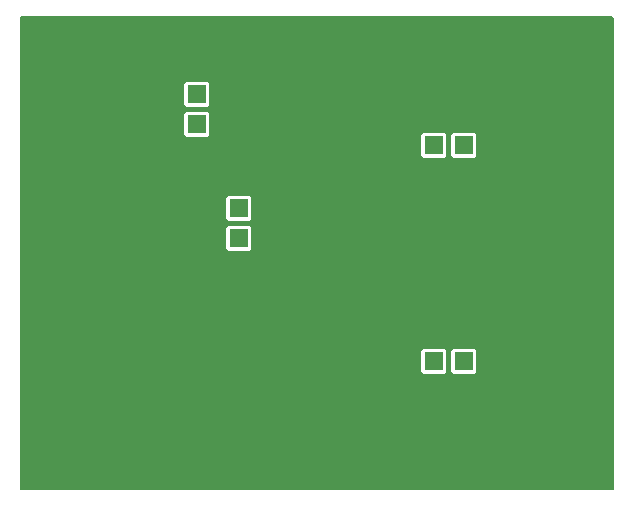
<source format=gbr>
%TF.GenerationSoftware,KiCad,Pcbnew,7.0.7-7.0.7~ubuntu23.04.1*%
%TF.CreationDate,2023-09-10T08:43:21+00:00*%
%TF.ProjectId,PCRD07,50435244-3037-42e6-9b69-6361645f7063,REV*%
%TF.SameCoordinates,Original*%
%TF.FileFunction,Copper,L1,Top*%
%TF.FilePolarity,Positive*%
%FSLAX46Y46*%
G04 Gerber Fmt 4.6, Leading zero omitted, Abs format (unit mm)*
G04 Created by KiCad (PCBNEW 7.0.7-7.0.7~ubuntu23.04.1) date 2023-09-10 08:43:21*
%MOMM*%
%LPD*%
G01*
G04 APERTURE LIST*
%TA.AperFunction,ComponentPad*%
%ADD10C,6.000000*%
%TD*%
%TA.AperFunction,ComponentPad*%
%ADD11R,1.524000X1.524000*%
%TD*%
%TA.AperFunction,ViaPad*%
%ADD12C,0.800000*%
%TD*%
G04 APERTURE END LIST*
D10*
%TO.P,M1,1*%
%TO.N,GND*%
X5080000Y35560000D03*
%TD*%
%TO.P,M2,1*%
%TO.N,GND*%
X45720000Y5080000D03*
%TD*%
%TO.P,M3,1*%
%TO.N,GND*%
X45720000Y35560000D03*
%TD*%
%TO.P,M4,1*%
%TO.N,GND*%
X5080000Y5080000D03*
%TD*%
D11*
%TO.P,J8,1*%
%TO.N,GND*%
X12700000Y31242000D03*
%TO.P,J8,2*%
X12700000Y33782000D03*
%TO.P,J8,3*%
%TO.N,/IN*%
X15240000Y31242000D03*
%TO.P,J8,4*%
X15240000Y33782000D03*
%TO.P,J8,5*%
%TO.N,GND*%
X17780000Y31242000D03*
%TO.P,J8,6*%
X17780000Y33782000D03*
%TD*%
%TO.P,J1,1*%
%TO.N,GND*%
X37846000Y8636000D03*
%TO.P,J1,2*%
X35306000Y8636000D03*
%TO.P,J1,3*%
%TO.N,Net-(C21-Pad3)*%
X37846000Y11176000D03*
%TO.P,J1,4*%
X35306000Y11176000D03*
%TO.P,J1,5*%
%TO.N,GND*%
X37846000Y13716000D03*
%TO.P,J1,6*%
X35306000Y13716000D03*
%TD*%
%TO.P,J2,1*%
%TO.N,GND*%
X35306000Y32004000D03*
%TO.P,J2,2*%
X37846000Y32004000D03*
%TD*%
%TO.P,J3,1*%
%TO.N,/#PeakDetect/Trace*%
X18796000Y21590000D03*
%TO.P,J3,2*%
X18796000Y24130000D03*
%TD*%
%TO.P,J5,1*%
%TO.N,GND*%
X35306000Y26924000D03*
%TO.P,J5,2*%
X37846000Y26924000D03*
%TD*%
%TO.P,J6,1*%
%TO.N,/A/D*%
X35306000Y29464000D03*
%TO.P,J6,2*%
X37846000Y29464000D03*
%TD*%
%TO.P,J7,1*%
%TO.N,GND*%
X21336000Y21590000D03*
%TO.P,J7,2*%
X21336000Y24130000D03*
%TD*%
D12*
%TO.N,GND*%
X20828000Y19304000D03*
X21844000Y19304000D03*
X22860000Y19304000D03*
X16256000Y25908000D03*
X27940000Y25908000D03*
X30988000Y34036000D03*
X31496000Y24892000D03*
X36576000Y16764000D03*
X30988000Y33020000D03*
X12192000Y14224000D03*
X35560000Y16764000D03*
X13208000Y20828000D03*
X19812000Y19304000D03*
X26416000Y16764000D03*
X28448000Y8636000D03*
X23368000Y28448000D03*
X21336000Y14732000D03*
X15240000Y10668000D03*
X13208000Y23368000D03*
X28448000Y15240000D03*
X19304000Y14732000D03*
X11176000Y26924000D03*
X13208000Y28956000D03*
X28448000Y10160000D03*
X31496000Y21844000D03*
X22352000Y34036000D03*
X11176000Y15748000D03*
X27432000Y15240000D03*
X20828000Y16256000D03*
X13208000Y24384000D03*
X23876000Y16256000D03*
X28448000Y7112000D03*
X27940000Y16764000D03*
X13716000Y15240000D03*
X12192000Y15240000D03*
X13716000Y10668000D03*
X27432000Y28956000D03*
X13716000Y13208000D03*
X28448000Y24892000D03*
X13208000Y21844000D03*
X31496000Y20828000D03*
X38100000Y16764000D03*
X26416000Y24384000D03*
X24892000Y16256000D03*
X26416000Y21844000D03*
X32004000Y17272000D03*
X31496000Y19812000D03*
X31496000Y18796000D03*
X22860000Y14732000D03*
X20828000Y30988000D03*
X19304000Y16256000D03*
X28448000Y21844000D03*
X15748000Y27940000D03*
X23368000Y27432000D03*
X13716000Y12192000D03*
X17272000Y27940000D03*
X20828000Y34036000D03*
X28448000Y20320000D03*
X28448000Y23368000D03*
X34544000Y16764000D03*
X22352000Y16256000D03*
X12192000Y27940000D03*
X13716000Y25908000D03*
X26416000Y22860000D03*
X20828000Y32512000D03*
X18796000Y19304000D03*
X14732000Y26924000D03*
X23368000Y29972000D03*
X22860000Y30988000D03*
X31496000Y22860000D03*
X31496000Y23876000D03*
X13716000Y14224000D03*
%TD*%
%TA.AperFunction,Conductor*%
%TO.N,GND*%
G36*
X50477621Y40355498D02*
G01*
X50524114Y40301842D01*
X50535500Y40249500D01*
X50535500Y390500D01*
X50515498Y322379D01*
X50461842Y275886D01*
X50409500Y264500D01*
X390500Y264500D01*
X322379Y284502D01*
X275886Y338158D01*
X264500Y390500D01*
X264500Y10367929D01*
X34235500Y10367929D01*
X34238491Y10342148D01*
X34238492Y10342143D01*
X34285079Y10236634D01*
X34285080Y10236632D01*
X34366632Y10155080D01*
X34366634Y10155079D01*
X34472143Y10108492D01*
X34472148Y10108491D01*
X34497929Y10105500D01*
X34497936Y10105500D01*
X36114070Y10105500D01*
X36139851Y10108491D01*
X36139856Y10108492D01*
X36245365Y10155079D01*
X36245367Y10155080D01*
X36326919Y10236632D01*
X36326920Y10236634D01*
X36326921Y10236635D01*
X36373508Y10342145D01*
X36376499Y10367929D01*
X36775500Y10367929D01*
X36778491Y10342148D01*
X36778492Y10342143D01*
X36825079Y10236634D01*
X36825080Y10236632D01*
X36906632Y10155080D01*
X36906634Y10155079D01*
X37012143Y10108492D01*
X37012148Y10108491D01*
X37037929Y10105500D01*
X37037936Y10105500D01*
X38654070Y10105500D01*
X38679851Y10108491D01*
X38679856Y10108492D01*
X38785365Y10155079D01*
X38785367Y10155080D01*
X38866919Y10236632D01*
X38866920Y10236634D01*
X38866921Y10236635D01*
X38913508Y10342145D01*
X38916500Y10367936D01*
X38916500Y11984064D01*
X38913508Y12009855D01*
X38866921Y12115365D01*
X38785365Y12196921D01*
X38679855Y12243508D01*
X38654066Y12246499D01*
X38654065Y12246500D01*
X38654064Y12246500D01*
X37037936Y12246500D01*
X37037935Y12246500D01*
X37037932Y12246499D01*
X37012145Y12243508D01*
X36906635Y12196921D01*
X36906634Y12196920D01*
X36906632Y12196919D01*
X36825080Y12115367D01*
X36825079Y12115365D01*
X36778492Y12009856D01*
X36778491Y12009851D01*
X36775500Y11984070D01*
X36775500Y10367929D01*
X36376499Y10367929D01*
X36376500Y10367936D01*
X36376500Y11984064D01*
X36373508Y12009855D01*
X36326921Y12115365D01*
X36245365Y12196921D01*
X36139855Y12243508D01*
X36114066Y12246499D01*
X36114065Y12246500D01*
X36114064Y12246500D01*
X34497936Y12246500D01*
X34497935Y12246500D01*
X34497932Y12246499D01*
X34472145Y12243508D01*
X34366635Y12196921D01*
X34366634Y12196920D01*
X34366632Y12196919D01*
X34285080Y12115367D01*
X34285079Y12115365D01*
X34238492Y12009856D01*
X34238491Y12009851D01*
X34235500Y11984070D01*
X34235500Y10367929D01*
X264500Y10367929D01*
X264500Y20781929D01*
X17725500Y20781929D01*
X17728491Y20756148D01*
X17728492Y20756143D01*
X17775079Y20650634D01*
X17775080Y20650632D01*
X17856632Y20569080D01*
X17856634Y20569079D01*
X17962143Y20522492D01*
X17962148Y20522491D01*
X17987929Y20519500D01*
X17987936Y20519500D01*
X19604070Y20519500D01*
X19629851Y20522491D01*
X19629856Y20522492D01*
X19735365Y20569079D01*
X19735367Y20569080D01*
X19816919Y20650632D01*
X19816920Y20650634D01*
X19816921Y20650635D01*
X19863508Y20756145D01*
X19866500Y20781936D01*
X19866500Y22398064D01*
X19863508Y22423855D01*
X19816921Y22529365D01*
X19735365Y22610921D01*
X19629855Y22657508D01*
X19604066Y22660499D01*
X19604065Y22660500D01*
X19604064Y22660500D01*
X17987936Y22660500D01*
X17987935Y22660500D01*
X17987932Y22660499D01*
X17962145Y22657508D01*
X17856635Y22610921D01*
X17856633Y22610920D01*
X17856634Y22610920D01*
X17856632Y22610919D01*
X17775080Y22529367D01*
X17775079Y22529365D01*
X17728492Y22423856D01*
X17728491Y22423851D01*
X17725500Y22398070D01*
X17725500Y20781929D01*
X264500Y20781929D01*
X264500Y23321929D01*
X17725500Y23321929D01*
X17728491Y23296148D01*
X17728492Y23296143D01*
X17775079Y23190634D01*
X17775080Y23190632D01*
X17856632Y23109080D01*
X17856634Y23109079D01*
X17962143Y23062492D01*
X17962148Y23062491D01*
X17987929Y23059500D01*
X17987936Y23059500D01*
X19604070Y23059500D01*
X19629851Y23062491D01*
X19629856Y23062492D01*
X19735365Y23109079D01*
X19735367Y23109080D01*
X19816919Y23190632D01*
X19816920Y23190634D01*
X19816921Y23190635D01*
X19863508Y23296145D01*
X19866500Y23321936D01*
X19866500Y24938064D01*
X19863508Y24963855D01*
X19816921Y25069365D01*
X19735365Y25150921D01*
X19629855Y25197508D01*
X19604066Y25200499D01*
X19604065Y25200500D01*
X19604064Y25200500D01*
X17987936Y25200500D01*
X17987935Y25200500D01*
X17987932Y25200499D01*
X17962145Y25197508D01*
X17856635Y25150921D01*
X17856633Y25150920D01*
X17856634Y25150920D01*
X17856632Y25150919D01*
X17775080Y25069367D01*
X17775079Y25069365D01*
X17728492Y24963856D01*
X17728491Y24963851D01*
X17725500Y24938070D01*
X17725500Y23321929D01*
X264500Y23321929D01*
X264500Y28655929D01*
X34235500Y28655929D01*
X34238491Y28630148D01*
X34238492Y28630143D01*
X34285079Y28524634D01*
X34285080Y28524632D01*
X34366632Y28443080D01*
X34366634Y28443079D01*
X34472143Y28396492D01*
X34472148Y28396491D01*
X34497929Y28393500D01*
X34497936Y28393500D01*
X36114070Y28393500D01*
X36139851Y28396491D01*
X36139856Y28396492D01*
X36245365Y28443079D01*
X36245367Y28443080D01*
X36326919Y28524632D01*
X36326920Y28524634D01*
X36326921Y28524635D01*
X36373508Y28630145D01*
X36376499Y28655929D01*
X36775500Y28655929D01*
X36778491Y28630148D01*
X36778492Y28630143D01*
X36825079Y28524634D01*
X36825080Y28524632D01*
X36906632Y28443080D01*
X36906634Y28443079D01*
X37012143Y28396492D01*
X37012148Y28396491D01*
X37037929Y28393500D01*
X37037936Y28393500D01*
X38654070Y28393500D01*
X38679851Y28396491D01*
X38679856Y28396492D01*
X38785365Y28443079D01*
X38785367Y28443080D01*
X38866919Y28524632D01*
X38866920Y28524634D01*
X38866921Y28524635D01*
X38913508Y28630145D01*
X38916500Y28655936D01*
X38916500Y30272064D01*
X38913508Y30297855D01*
X38866921Y30403365D01*
X38785365Y30484921D01*
X38679855Y30531508D01*
X38654066Y30534499D01*
X38654065Y30534500D01*
X38654064Y30534500D01*
X37037936Y30534500D01*
X37037935Y30534500D01*
X37037932Y30534499D01*
X37012145Y30531508D01*
X36906635Y30484921D01*
X36906634Y30484920D01*
X36906632Y30484919D01*
X36825080Y30403367D01*
X36825079Y30403365D01*
X36778492Y30297856D01*
X36778491Y30297851D01*
X36775500Y30272070D01*
X36775500Y28655929D01*
X36376499Y28655929D01*
X36376500Y28655936D01*
X36376500Y30272064D01*
X36373508Y30297855D01*
X36326921Y30403365D01*
X36245365Y30484921D01*
X36139855Y30531508D01*
X36114066Y30534499D01*
X36114065Y30534500D01*
X36114064Y30534500D01*
X34497936Y30534500D01*
X34497935Y30534500D01*
X34497932Y30534499D01*
X34472145Y30531508D01*
X34366635Y30484921D01*
X34366634Y30484920D01*
X34366632Y30484919D01*
X34285080Y30403367D01*
X34285079Y30403365D01*
X34238492Y30297856D01*
X34238491Y30297851D01*
X34235500Y30272070D01*
X34235500Y28655929D01*
X264500Y28655929D01*
X264500Y30433929D01*
X14169500Y30433929D01*
X14172491Y30408148D01*
X14172492Y30408143D01*
X14219079Y30302634D01*
X14219080Y30302632D01*
X14300632Y30221080D01*
X14300634Y30221079D01*
X14406143Y30174492D01*
X14406148Y30174491D01*
X14431929Y30171500D01*
X14431936Y30171500D01*
X16048070Y30171500D01*
X16073851Y30174491D01*
X16073856Y30174492D01*
X16179365Y30221079D01*
X16179367Y30221080D01*
X16260919Y30302632D01*
X16260920Y30302634D01*
X16260921Y30302635D01*
X16307508Y30408145D01*
X16310500Y30433936D01*
X16310500Y32050064D01*
X16307508Y32075855D01*
X16260921Y32181365D01*
X16179365Y32262921D01*
X16073855Y32309508D01*
X16048066Y32312499D01*
X16048065Y32312500D01*
X16048064Y32312500D01*
X14431936Y32312500D01*
X14431935Y32312500D01*
X14431932Y32312499D01*
X14406145Y32309508D01*
X14300635Y32262921D01*
X14300633Y32262920D01*
X14300634Y32262920D01*
X14300632Y32262919D01*
X14219080Y32181367D01*
X14219079Y32181365D01*
X14172492Y32075856D01*
X14172491Y32075851D01*
X14169500Y32050070D01*
X14169500Y30433929D01*
X264500Y30433929D01*
X264500Y32973929D01*
X14169500Y32973929D01*
X14172491Y32948148D01*
X14172492Y32948143D01*
X14219079Y32842634D01*
X14219080Y32842632D01*
X14300632Y32761080D01*
X14300634Y32761079D01*
X14406143Y32714492D01*
X14406148Y32714491D01*
X14431929Y32711500D01*
X14431936Y32711500D01*
X16048070Y32711500D01*
X16073851Y32714491D01*
X16073856Y32714492D01*
X16179365Y32761079D01*
X16179367Y32761080D01*
X16260919Y32842632D01*
X16260920Y32842634D01*
X16260921Y32842635D01*
X16307508Y32948145D01*
X16310500Y32973936D01*
X16310500Y34590064D01*
X16307508Y34615855D01*
X16260921Y34721365D01*
X16179365Y34802921D01*
X16073855Y34849508D01*
X16048066Y34852499D01*
X16048065Y34852500D01*
X16048064Y34852500D01*
X14431936Y34852500D01*
X14431935Y34852500D01*
X14431932Y34852499D01*
X14406145Y34849508D01*
X14300635Y34802921D01*
X14300633Y34802920D01*
X14300634Y34802920D01*
X14300632Y34802919D01*
X14219080Y34721367D01*
X14219079Y34721365D01*
X14172492Y34615856D01*
X14172491Y34615851D01*
X14169500Y34590070D01*
X14169500Y32973929D01*
X264500Y32973929D01*
X264500Y40249500D01*
X284502Y40317621D01*
X338158Y40364114D01*
X390500Y40375500D01*
X50409500Y40375500D01*
X50477621Y40355498D01*
G37*
%TD.AperFunction*%
%TD*%
M02*

</source>
